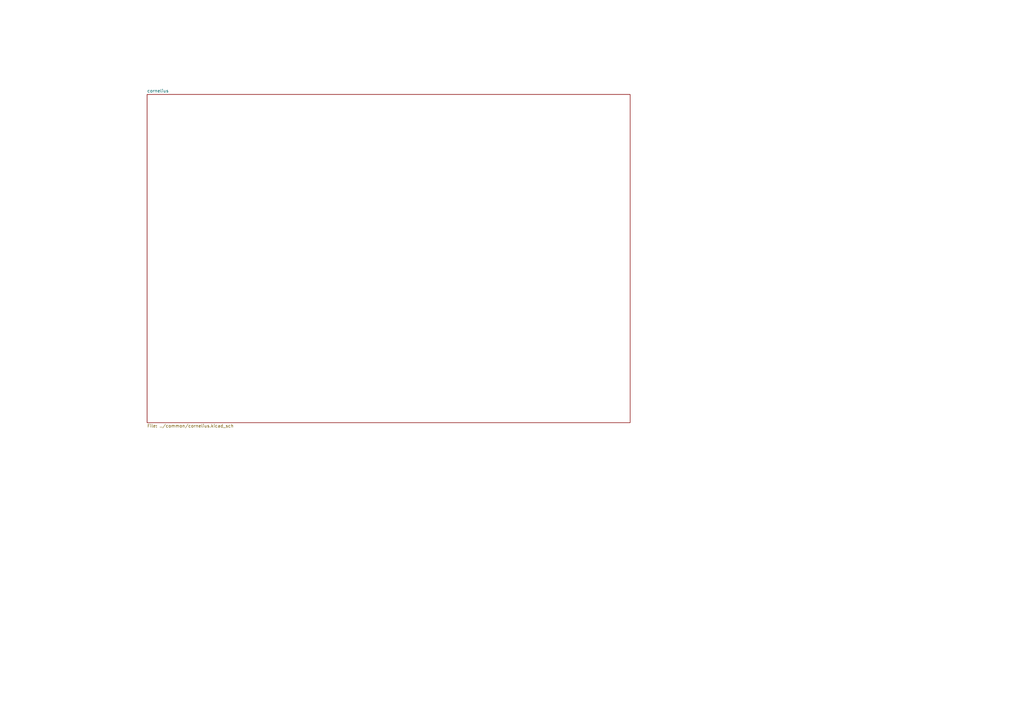
<source format=kicad_sch>
(kicad_sch (version 20230121) (generator eeschema)
  (paper "A3")
  (title_block (date "2023-11-23"))
  (lib_symbols)
  (sheet (at 60.325 38.735) (size 198.12 134.62) (stroke (width 0.1524))
    (property "Sheetname" "cornelius" (at 60.325 38.0234 0) (effects (justify left bottom)))
    (property "Sheetfile" "../common/cornelius.kicad_sch" (at 60.325 173.9396 0) (effects (justify left top)))
  )
)
</source>
